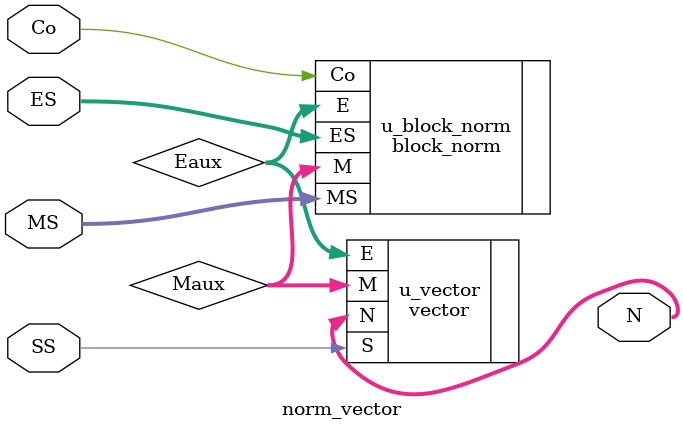
<source format=v>
module norm_vector (
    input  wire        SS,
    input  wire [27:0] MS,
    input  wire [7:0]  ES,
    input  wire        Co,
    output wire [31:0] N
);

    wire [22:0] Maux;
    wire [7:0]  Eaux;

    // Instantiate block_norm
    block_norm u_block_norm (
        .MS(MS),
        .ES(ES),
        .Co(Co),
        .M(Maux),
        .E(Eaux)
    );

    // Instantiate vector
    vector u_vector (
        .S(SS),
        .E(Eaux),
        .M(Maux),
        .N(N)
    );

endmodule

</source>
